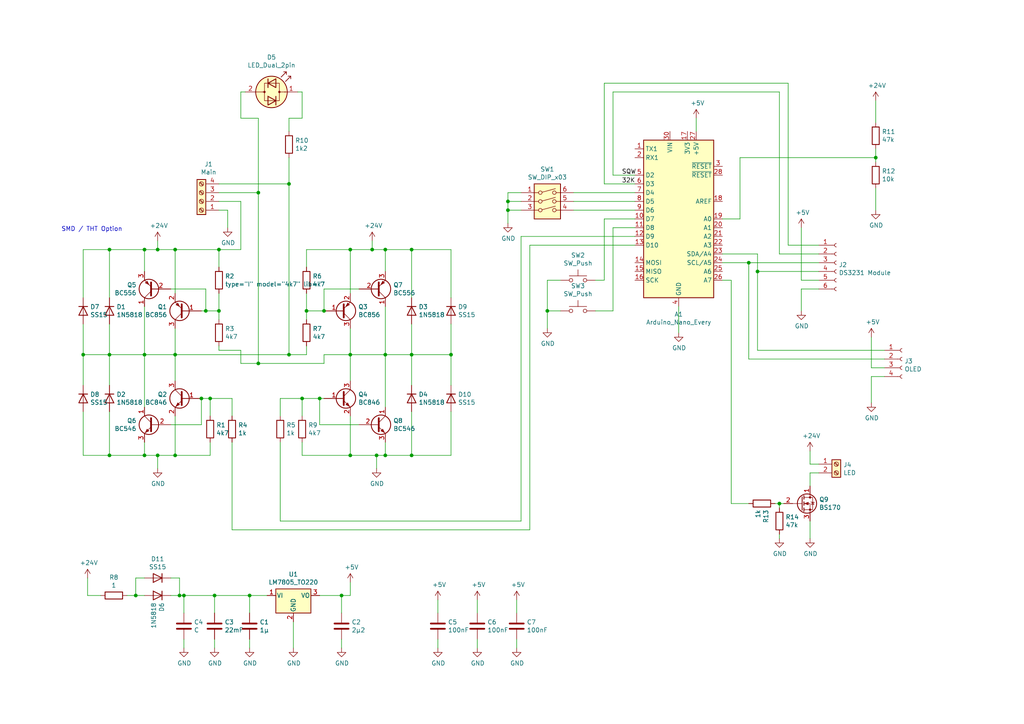
<source format=kicad_sch>
(kicad_sch (version 20211123) (generator eeschema)
  (paper "A4")
  (title_block (title "Mother Clock") (date "2021-06-18") (company "http://www.designer2k2.at"))
  (lib_symbols
    (symbol "Connector:Conn_01x04_Female" (pin_names (offset 1.016) hide)
      (property "Reference" "J" (at 0 5.08 0))
      (property "Value" "Conn_01x04_Female" (at 0 -7.62 0))
      (symbol "Conn_01x04_Female_1_1"
        (arc (start 0 -4.572) (mid -0.508 -5.08) (end 0 -5.588) (stroke (width 0.1524)))
        (arc (start 0 -2.032) (mid -0.508 -2.54) (end 0 -3.048) (stroke (width 0.1524)))
        (polyline (pts (xy -1.27 -5.08) (xy -0.508 -5.08)) (stroke (width 0.1524)))
        (polyline (pts (xy -1.27 -2.54) (xy -0.508 -2.54)) (stroke (width 0.1524)))
        (polyline (pts (xy -1.27 0) (xy -0.508 0)) (stroke (width 0.1524)))
        (polyline (pts (xy -1.27 2.54) (xy -0.508 2.54)) (stroke (width 0.1524)))
        (arc (start 0 0.508) (mid -0.508 0) (end 0 -0.508) (stroke (width 0.1524)))
        (arc (start 0 3.048) (mid -0.508 2.54) (end 0 2.032) (stroke (width 0.1524)))
        (pin passive line (at -5.08 2.54 0) (length 3.81) (name "Pin_1") (number "1"))
        (pin passive line (at -5.08 0 0) (length 3.81) (name "Pin_2") (number "2"))
        (pin passive line (at -5.08 -2.54 0) (length 3.81) (name "Pin_3") (number "3"))
        (pin passive line (at -5.08 -5.08 0) (length 3.81) (name "Pin_4") (number "4"))
      )
    )
    (symbol "Connector:Conn_01x06_Female" (pin_names (offset 1.016) hide)
      (property "Reference" "J" (at 0 7.62 0))
      (property "Value" "Conn_01x06_Female" (at 0 -10.16 0))
      (symbol "Conn_01x06_Female_1_1"
        (arc (start 0 -7.112) (mid -0.508 -7.62) (end 0 -8.128) (stroke (width 0.1524)))
        (arc (start 0 -4.572) (mid -0.508 -5.08) (end 0 -5.588) (stroke (width 0.1524)))
        (arc (start 0 -2.032) (mid -0.508 -2.54) (end 0 -3.048) (stroke (width 0.1524)))
        (polyline (pts (xy -1.27 -7.62) (xy -0.508 -7.62)) (stroke (width 0.1524)))
        (polyline (pts (xy -1.27 -5.08) (xy -0.508 -5.08)) (stroke (width 0.1524)))
        (polyline (pts (xy -1.27 -2.54) (xy -0.508 -2.54)) (stroke (width 0.1524)))
        (polyline (pts (xy -1.27 0) (xy -0.508 0)) (stroke (width 0.1524)))
        (polyline (pts (xy -1.27 2.54) (xy -0.508 2.54)) (stroke (width 0.1524)))
        (polyline (pts (xy -1.27 5.08) (xy -0.508 5.08)) (stroke (width 0.1524)))
        (arc (start 0 0.508) (mid -0.508 0) (end 0 -0.508) (stroke (width 0.1524)))
        (arc (start 0 3.048) (mid -0.508 2.54) (end 0 2.032) (stroke (width 0.1524)))
        (arc (start 0 5.588) (mid -0.508 5.08) (end 0 4.572) (stroke (width 0.1524)))
        (pin passive line (at -5.08 5.08 0) (length 3.81) (name "Pin_1") (number "1"))
        (pin passive line (at -5.08 2.54 0) (length 3.81) (name "Pin_2") (number "2"))
        (pin passive line (at -5.08 0 0) (length 3.81) (name "Pin_3") (number "3"))
        (pin passive line (at -5.08 -2.54 0) (length 3.81) (name "Pin_4") (number "4"))
        (pin passive line (at -5.08 -5.08 0) (length 3.81) (name "Pin_5") (number "5"))
        (pin passive line (at -5.08 -7.62 0) (length 3.81) (name "Pin_6") (number "6"))
      )
    )
    (symbol "Connector:Screw_Terminal_01x02" (pin_names (offset 1.016) hide)
      (property "Reference" "J" (at 0 2.54 0))
      (property "Value" "Screw_Terminal_01x02" (at 0 -5.08 0))
      (symbol "Screw_Terminal_01x02_1_1"
        (rectangle (start -1.27 1.27) (end 1.27 -3.81) (stroke (width 0.254)) (fill (type background)))
        (circle (center 0 -2.54) (radius 0.635) (stroke (width 0.1524)))
        (polyline (pts (xy -0.5334 -2.2098) (xy 0.3302 -3.048)) (stroke (width 0.1524)))
        (polyline (pts (xy -0.5334 0.3302) (xy 0.3302 -0.508)) (stroke (width 0.1524)))
        (polyline (pts (xy -0.3556 -2.032) (xy 0.508 -2.8702)) (stroke (width 0.1524)))
        (polyline (pts (xy -0.3556 0.508) (xy 0.508 -0.3302)) (stroke (width 0.1524)))
        (circle (center 0 0) (radius 0.635) (stroke (width 0.1524)))
        (pin passive line (at -5.08 0 0) (length 3.81) (name "Pin_1") (number "1"))
        (pin passive line (at -5.08 -2.54 0) (length 3.81) (name "Pin_2") (number "2"))
      )
    )
    (symbol "Connector:Screw_Terminal_01x04" (pin_names (offset 1.016) hide)
      (property "Reference" "J" (at 0 5.08 0))
      (property "Value" "Screw_Terminal_01x04" (at 0 -7.62 0))
      (symbol "Screw_Terminal_01x04_1_1"
        (rectangle (start -1.27 3.81) (end 1.27 -6.35) (stroke (width 0.254)) (fill (type background)))
        (circle (center 0 -5.08) (radius 0.635) (stroke (width 0.1524)))
        (circle (center 0 -2.54) (radius 0.635) (stroke (width 0.1524)))
        (polyline (pts (xy -0.5334 -4.7498) (xy 0.3302 -5.588)) (stroke (width 0.1524)))
        (polyline (pts (xy -0.5334 -2.2098) (xy 0.3302 -3.048)) (stroke (width 0.1524)))
        (polyline (pts (xy -0.5334 0.3302) (xy 0.3302 -0.508)) (stroke (width 0.1524)))
        (polyline (pts (xy -0.5334 2.8702) (xy 0.3302 2.032)) (stroke (width 0.1524)))
        (polyline (pts (xy -0.3556 -4.572) (xy 0.508 -5.4102)) (stroke (width 0.1524)))
        (polyline (pts (xy -0.3556 -2.032) (xy 0.508 -2.8702)) (stroke (width 0.1524)))
        (polyline (pts (xy -0.3556 0.508) (xy 0.508 -0.3302)) (stroke (width 0.1524)))
        (polyline (pts (xy -0.3556 3.048) (xy 0.508 2.2098)) (stroke (width 0.1524)))
        (circle (center 0 0) (radius 0.635) (stroke (width 0.1524)))
        (circle (center 0 2.54) (radius 0.635) (stroke (width 0.1524)))
        (pin passive line (at -5.08 2.54 0) (length 3.81) (name "Pin_1") (number "1"))
        (pin passive line (at -5.08 0 0) (length 3.81) (name "Pin_2") (number "2"))
        (pin passive line (at -5.08 -2.54 0) (length 3.81) (name "Pin_3") (number "3"))
        (pin passive line (at -5.08 -5.08 0) (length 3.81) (name "Pin_4") (number "4"))
      )
    )
    (symbol "Device:C" (pin_numbers hide) (pin_names (offset 0.254))
      (property "Reference" "C" (at 0.635 2.54 0))
      (property "Value" "C" (at 0.635 -2.54 0))
      (symbol "C_0_1"
        (polyline (pts (xy -2.032 -0.762) (xy 2.032 -0.762)) (stroke (width 0.508)))
        (polyline (pts (xy -2.032 0.762) (xy 2.032 0.762)) (stroke (width 0.508)))
      )
      (symbol "C_1_1"
        (pin passive line (at 0 3.81 270) (length 2.794) (name "~") (number "1"))
        (pin passive line (at 0 -3.81 90) (length 2.794) (name "~") (number "2"))
      )
    )
    (symbol "Device:D" (pin_numbers hide) (pin_names (offset 1.016) hide)
      (property "Reference" "D" (at 0 2.54 0))
      (property "Value" "D" (at 0 -2.54 0))
      (symbol "D_0_1"
        (polyline (pts (xy -1.27 1.27) (xy -1.27 -1.27)) (stroke (width 0.254)))
        (polyline (pts (xy 1.27 0) (xy -1.27 0)))
        (polyline (pts (xy 1.27 1.27) (xy 1.27 -1.27) (xy -1.27 0) (xy 1.27 1.27)) (stroke (width 0.254)))
      )
      (symbol "D_1_1"
        (pin passive line (at -3.81 0 0) (length 2.54) (name "K") (number "1"))
        (pin passive line (at 3.81 0 180) (length 2.54) (name "A") (number "2"))
      )
    )
    (symbol "Device:R" (pin_numbers hide) (pin_names (offset 0))
      (property "Reference" "R" (at 2.032 0 90))
      (property "Value" "R" (at 0 0 90))
      (symbol "R_0_1"
        (rectangle (start -1.016 -2.54) (end 1.016 2.54) (stroke (width 0.254)))
      )
      (symbol "R_1_1"
        (pin passive line (at 0 3.81 270) (length 1.27) (name "~") (number "1"))
        (pin passive line (at 0 -3.81 90) (length 1.27) (name "~") (number "2"))
      )
    )
    (symbol "MCU_Module:Arduino_Nano_Every"
      (property "Reference" "A" (at -10.16 23.495 0))
      (property "Value" "Arduino_Nano_Every" (at 5.08 -24.13 0))
      (symbol "Arduino_Nano_Every_0_1"
        (rectangle (start -10.16 22.86) (end 10.16 -22.86) (stroke (width 0.254)) (fill (type background)))
      )
      (symbol "Arduino_Nano_Every_1_1"
        (pin bidirectional line (at -12.7 20.32 0) (length 2.54) (name "TX1") (number "1"))
        (pin bidirectional line (at -12.7 0 0) (length 2.54) (name "D7") (number "10"))
        (pin bidirectional line (at -12.7 -2.54 0) (length 2.54) (name "D8") (number "11"))
        (pin bidirectional line (at -12.7 -5.08 0) (length 2.54) (name "D9") (number "12"))
        (pin bidirectional line (at -12.7 -7.62 0) (length 2.54) (name "D10") (number "13"))
        (pin bidirectional line (at -12.7 -12.7 0) (length 2.54) (name "MOSI") (number "14"))
        (pin bidirectional line (at -12.7 -15.24 0) (length 2.54) (name "MISO") (number "15"))
        (pin bidirectional line (at -12.7 -17.78 0) (length 2.54) (name "SCK") (number "16"))
        (pin power_out line (at 2.54 25.4 270) (length 2.54) (name "3V3") (number "17"))
        (pin input line (at 12.7 5.08 180) (length 2.54) (name "AREF") (number "18"))
        (pin bidirectional line (at 12.7 0 180) (length 2.54) (name "A0") (number "19"))
        (pin bidirectional line (at -12.7 17.78 0) (length 2.54) (name "RX1") (number "2"))
        (pin bidirectional line (at 12.7 -2.54 180) (length 2.54) (name "A1") (number "20"))
        (pin bidirectional line (at 12.7 -5.08 180) (length 2.54) (name "A2") (number "21"))
        (pin bidirectional line (at 12.7 -7.62 180) (length 2.54) (name "A3") (number "22"))
        (pin bidirectional line (at 12.7 -10.16 180) (length 2.54) (name "SDA/A4") (number "23"))
        (pin bidirectional line (at 12.7 -12.7 180) (length 2.54) (name "SCL/A5") (number "24"))
        (pin bidirectional line (at 12.7 -15.24 180) (length 2.54) (name "A6") (number "25"))
        (pin bidirectional line (at 12.7 -17.78 180) (length 2.54) (name "A7") (number "26"))
        (pin power_out line (at 5.08 25.4 270) (length 2.54) (name "+5V") (number "27"))
        (pin input line (at 12.7 12.7 180) (length 2.54) (name "~{RESET}") (number "28"))
        (pin passive line (at 0 -25.4 90) (length 2.54) hide (name "GND") (number "29"))
        (pin input line (at 12.7 15.24 180) (length 2.54) (name "~{RESET}") (number "3"))
        (pin power_in line (at -2.54 25.4 270) (length 2.54) (name "VIN") (number "30"))
        (pin power_in line (at 0 -25.4 90) (length 2.54) (name "GND") (number "4"))
        (pin bidirectional line (at -12.7 12.7 0) (length 2.54) (name "D2") (number "5"))
        (pin bidirectional line (at -12.7 10.16 0) (length 2.54) (name "D3") (number "6"))
        (pin bidirectional line (at -12.7 7.62 0) (length 2.54) (name "D4") (number "7"))
        (pin bidirectional line (at -12.7 5.08 0) (length 2.54) (name "D5") (number "8"))
        (pin bidirectional line (at -12.7 2.54 0) (length 2.54) (name "D6") (number "9"))
      )
    )
    (symbol "MotherClock-rescue:LED_Dual_2pin-Device" (pin_names (offset 0) hide)
      (property "Reference" "D" (at 0 5.715 0))
      (property "Value" "LED_Dual_2pin-Device" (at 0 -6.35 0))
      (symbol "LED_Dual_2pin-Device_0_1"
        (circle (center -2.032 0) (radius 0.254) (fill (type outline)))
        (polyline (pts (xy -4.572 0) (xy -2.54 0)))
        (polyline (pts (xy -2.032 0) (xy -2.54 0)))
        (polyline (pts (xy -1.016 3.81) (xy -1.016 1.27)) (stroke (width 0.254)))
        (polyline (pts (xy 1.27 -1.27) (xy 1.27 -3.81)) (stroke (width 0.254)))
        (polyline (pts (xy 4.064 0) (xy 2.286 0)) (fill (type outline)))
        (polyline (pts (xy 4.318 5.842) (xy 4.318 5.08)) (stroke (width 0.2032)))
        (polyline (pts (xy 5.588 4.572) (xy 5.588 3.81)) (stroke (width 0.2032)))
        (polyline (pts (xy 2.794 4.318) (xy 4.318 5.842) (xy 3.556 5.842)) (stroke (width 0.2032)))
        (polyline (pts (xy 4.064 3.048) (xy 5.588 4.572) (xy 4.826 4.572)) (stroke (width 0.2032)))
        (polyline (pts (xy -1.016 -1.27) (xy -1.016 -3.81) (xy 1.27 -2.54) (xy -1.016 -1.27)) (stroke (width 0.254)))
        (polyline (pts (xy 1.27 3.81) (xy 1.27 1.27) (xy -1.016 2.54) (xy 1.27 3.81)) (stroke (width 0.254)))
        (polyline (pts (xy 2.286 2.54) (xy -2.032 2.54) (xy -2.032 -2.54) (xy 2.286 -2.54) (xy 2.286 2.54)))
        (circle (center 0 0) (radius 4.572) (stroke (width 0.254)) (fill (type background)))
        (circle (center 2.286 0) (radius 0.254) (fill (type outline)))
      )
      (symbol "LED_Dual_2pin-Device_1_1"
        (pin input line (at 7.62 0 180) (length 3.81) (name "KA") (number "1"))
        (pin input line (at -7.62 0 0) (length 3.048) (name "AK") (number "2"))
      )
    )
    (symbol "Regulator_Linear:LM7805_TO220" (pin_names (offset 0.254))
      (property "Reference" "U" (at -3.81 3.175 0))
      (property "Value" "LM7805_TO220" (at 0 3.175 0))
      (symbol "LM7805_TO220_0_1"
        (rectangle (start -5.08 1.905) (end 5.08 -5.08) (stroke (width 0.254)) (fill (type background)))
      )
      (symbol "LM7805_TO220_1_1"
        (pin power_in line (at -7.62 0 0) (length 2.54) (name "VI") (number "1"))
        (pin power_in line (at 0 -7.62 90) (length 2.54) (name "GND") (number "2"))
        (pin power_out line (at 7.62 0 180) (length 2.54) (name "VO") (number "3"))
      )
    )
    (symbol "Switch:SW_DIP_x03" (pin_names (offset 0) hide)
      (property "Reference" "SW" (at 0 8.89 0))
      (property "Value" "SW_DIP_x03" (at 0 -3.81 0))
      (symbol "SW_DIP_x03_0_0"
        (circle (center -2.032 0) (radius 0.508))
        (circle (center -2.032 2.54) (radius 0.508))
        (circle (center -2.032 5.08) (radius 0.508))
        (polyline (pts (xy -1.524 0.127) (xy 2.3622 1.1684)))
        (polyline (pts (xy -1.524 2.667) (xy 2.3622 3.7084)))
        (polyline (pts (xy -1.524 5.207) (xy 2.3622 6.2484)))
        (circle (center 2.032 0) (radius 0.508))
        (circle (center 2.032 2.54) (radius 0.508))
        (circle (center 2.032 5.08) (radius 0.508))
      )
      (symbol "SW_DIP_x03_0_1"
        (rectangle (start -3.81 7.62) (end 3.81 -2.54) (stroke (width 0.254)) (fill (type background)))
      )
      (symbol "SW_DIP_x03_1_1"
        (pin passive line (at -7.62 5.08 0) (length 5.08) (name "~") (number "1"))
        (pin passive line (at -7.62 2.54 0) (length 5.08) (name "~") (number "2"))
        (pin passive line (at -7.62 0 0) (length 5.08) (name "~") (number "3"))
        (pin passive line (at 7.62 0 180) (length 5.08) (name "~") (number "4"))
        (pin passive line (at 7.62 2.54 180) (length 5.08) (name "~") (number "5"))
        (pin passive line (at 7.62 5.08 180) (length 5.08) (name "~") (number "6"))
      )
    )
    (symbol "Switch:SW_Push" (pin_numbers hide) (pin_names (offset 1.016) hide)
      (property "Reference" "SW" (at 1.27 2.54 0))
      (property "Value" "SW_Push" (at 0 -1.524 0))
      (symbol "SW_Push_0_1"
        (circle (center -2.032 0) (radius 0.508))
        (polyline (pts (xy 0 1.27) (xy 0 3.048)))
        (polyline (pts (xy 2.54 1.27) (xy -2.54 1.27)))
        (circle (center 2.032 0) (radius 0.508))
        (pin passive line (at -5.08 0 0) (length 2.54) (name "1") (number "1"))
        (pin passive line (at 5.08 0 180) (length 2.54) (name "2") (number "2"))
      )
    )
    (symbol "Transistor_BJT:BC546" (pin_names (offset 0) hide)
      (property "Reference" "Q" (at 5.08 1.905 0))
      (property "Value" "BC546" (at 5.08 0 0))
      (symbol "BC546_0_1"
        (polyline (pts (xy 0 0) (xy 0.635 0)))
        (polyline (pts (xy 0.635 0.635) (xy 2.54 2.54)))
        (polyline (pts (xy 0.635 -0.635) (xy 2.54 -2.54) (xy 2.54 -2.54)))
        (polyline (pts (xy 0.635 1.905) (xy 0.635 -1.905) (xy 0.635 -1.905)) (stroke (width 0.508)))
        (polyline (pts (xy 1.27 -1.778) (xy 1.778 -1.27) (xy 2.286 -2.286) (xy 1.27 -1.778) (xy 1.27 -1.778)) (fill (type outline)))
        (circle (center 1.27 0) (radius 2.8194) (stroke (width 0.254)))
      )
      (symbol "BC546_1_1"
        (pin passive line (at 2.54 5.08 270) (length 2.54) (name "C") (number "1"))
        (pin input line (at -5.08 0 0) (length 5.08) (name "B") (number "2"))
        (pin passive line (at 2.54 -5.08 90) (length 2.54) (name "E") (number "3"))
      )
    )
    (symbol "Transistor_BJT:BC556" (pin_names (offset 0) hide)
      (property "Reference" "Q" (at 5.08 1.905 0))
      (property "Value" "BC556" (at 5.08 0 0))
      (symbol "BC556_0_1"
        (polyline (pts (xy 0.635 0.635) (xy 2.54 2.54)))
        (polyline (pts (xy 0.635 -0.635) (xy 2.54 -2.54) (xy 2.54 -2.54)))
        (polyline (pts (xy 0.635 1.905) (xy 0.635 -1.905) (xy 0.635 -1.905)) (stroke (width 0.508)))
        (polyline (pts (xy 2.286 -1.778) (xy 1.778 -2.286) (xy 1.27 -1.27) (xy 2.286 -1.778) (xy 2.286 -1.778)) (fill (type outline)))
        (circle (center 1.27 0) (radius 2.8194) (stroke (width 0.254)))
      )
      (symbol "BC556_1_1"
        (pin passive line (at 2.54 5.08 270) (length 2.54) (name "C") (number "1"))
        (pin input line (at -5.08 0 0) (length 5.715) (name "B") (number "2"))
        (pin passive line (at 2.54 -5.08 90) (length 2.54) (name "E") (number "3"))
      )
    )
    (symbol "Transistor_BJT:BC846" (pin_names (offset 0) hide)
      (property "Reference" "Q" (at 5.08 1.905 0))
      (property "Value" "BC846" (at 5.08 0 0))
      (symbol "BC846_0_1"
        (polyline (pts (xy 0.635 0.635) (xy 2.54 2.54)))
        (polyline (pts (xy 0.635 -0.635) (xy 2.54 -2.54) (xy 2.54 -2.54)))
        (polyline (pts (xy 0.635 1.905) (xy 0.635 -1.905) (xy 0.635 -1.905)) (stroke (width 0.508)))
        (polyline (pts (xy 1.27 -1.778) (xy 1.778 -1.27) (xy 2.286 -2.286) (xy 1.27 -1.778) (xy 1.27 -1.778)) (fill (type outline)))
        (circle (center 1.27 0) (radius 2.8194) (stroke (width 0.254)))
      )
      (symbol "BC846_1_1"
        (pin input line (at -5.08 0 0) (length 5.715) (name "B") (number "1"))
        (pin passive line (at 2.54 -5.08 90) (length 2.54) (name "E") (number "2"))
        (pin passive line (at 2.54 5.08 270) (length 2.54) (name "C") (number "3"))
      )
    )
    (symbol "Transistor_BJT:BC856" (pin_names (offset 0) hide)
      (property "Reference" "Q" (at 5.08 1.905 0))
      (property "Value" "BC856" (at 5.08 0 0))
      (symbol "BC856_0_1"
        (polyline (pts (xy 0.635 0.635) (xy 2.54 2.54)))
        (polyline (pts (xy 0.635 -0.635) (xy 2.54 -2.54) (xy 2.54 -2.54)))
        (polyline (pts (xy 0.635 1.905) (xy 0.635 -1.905) (xy 0.635 -1.905)) (stroke (width 0.508)))
        (polyline (pts (xy 2.286 -1.778) (xy 1.778 -2.286) (xy 1.27 -1.27) (xy 2.286 -1.778) (xy 2.286 -1.778)) (fill (type outline)))
        (circle (center 1.27 0) (radius 2.8194) (stroke (width 0.254)))
      )
      (symbol "BC856_1_1"
        (pin input line (at -5.08 0 0) (length 5.715) (name "B") (number "1"))
        (pin passive line (at 2.54 -5.08 90) (length 2.54) (name "E") (number "2"))
        (pin passive line (at 2.54 5.08 270) (length 2.54) (name "C") (number "3"))
      )
    )
    (symbol "Transistor_FET:BS170" (pin_names hide)
      (property "Reference" "Q" (at 5.08 1.905 0))
      (property "Value" "BS170" (at 5.08 0 0))
      (symbol "BS170_0_1"
        (polyline (pts (xy 0.254 0) (xy -2.54 0)))
        (polyline (pts (xy 0.254 1.905) (xy 0.254 -1.905)) (stroke (width 0.254)))
        (polyline (pts (xy 0.762 -1.27) (xy 0.762 -2.286)) (stroke (width 0.254)))
        (polyline (pts (xy 0.762 0.508) (xy 0.762 -0.508)) (stroke (width 0.254)))
        (polyline (pts (xy 0.762 2.286) (xy 0.762 1.27)) (stroke (width 0.254)))
        (polyline (pts (xy 2.54 2.54) (xy 2.54 1.778)))
        (polyline (pts (xy 2.54 -2.54) (xy 2.54 0) (xy 0.762 0)))
        (polyline (pts (xy 0.762 -1.778) (xy 3.302 -1.778) (xy 3.302 1.778) (xy 0.762 1.778)))
        (polyline (pts (xy 1.016 0) (xy 2.032 0.381) (xy 2.032 -0.381) (xy 1.016 0)) (fill (type outline)))
        (polyline (pts (xy 2.794 0.508) (xy 2.921 0.381) (xy 3.683 0.381) (xy 3.81 0.254)))
        (polyline (pts (xy 3.302 0.381) (xy 2.921 -0.254) (xy 3.683 -0.254) (xy 3.302 0.381)))
        (circle (center 1.651 0) (radius 2.794) (stroke (width 0.254)))
        (circle (center 2.54 -1.778) (radius 0.254) (fill (type outline)))
        (circle (center 2.54 1.778) (radius 0.254) (fill (type outline)))
      )
      (symbol "BS170_1_1"
        (pin passive line (at 2.54 5.08 270) (length 2.54) (name "D") (number "1"))
        (pin input line (at -5.08 0 0) (length 2.54) (name "G") (number "2"))
        (pin passive line (at 2.54 -5.08 90) (length 2.54) (name "S") (number "3"))
      )
    )
    (symbol "power:+24V" (power) (pin_names (offset 0))
      (property "Value" "+24V" (at 0 3.556 0))
      (symbol "+24V_0_1"
        (polyline (pts (xy -0.762 1.27) (xy 0 2.54)))
        (polyline (pts (xy 0 0) (xy 0 2.54)))
        (polyline (pts (xy 0 2.54) (xy 0.762 1.27)))
      )
      (symbol "+24V_1_1"
        (pin power_in line (at 0 0 90) (length 0) hide (name "+24V") (number "1"))
      )
    )
    (symbol "power:+5V" (power) (pin_names (offset 0))
      (property "Value" "+5V" (at 0 3.556 0))
      (symbol "+5V_0_1"
        (polyline (pts (xy -0.762 1.27) (xy 0 2.54)))
        (polyline (pts (xy 0 0) (xy 0 2.54)))
        (polyline (pts (xy 0 2.54) (xy 0.762 1.27)))
      )
      (symbol "+5V_1_1"
        (pin power_in line (at 0 0 90) (length 0) hide (name "+5V") (number "1"))
      )
    )
    (symbol "power:GND" (power) (pin_names (offset 0))
      (property "Value" "GND" (at 0 -3.81 0))
      (symbol "GND_0_1"
        (polyline (pts (xy 0 0) (xy 0 -1.27) (xy 1.27 -1.27) (xy 0 -2.54) (xy -1.27 -1.27) (xy 0 -1.27)))
      )
      (symbol "GND_1_1"
        (pin power_in line (at 0 0 270) (length 0) hide (name "GND") (number "1"))
      )
    )
  )
  (junction (at 226.06 146.05))
  (junction (at 109.22 132.08))
  (junction (at 50.8 102.87))
  (junction (at 119.38 132.08))
  (junction (at 92.71 115.57))
  (junction (at 111.76 102.87))
  (junction (at 63.5 72.39))
  (junction (at 63.5 90.17))
  (junction (at 101.6 72.39))
  (junction (at 101.6 102.87))
  (junction (at 41.91 72.39))
  (junction (at 41.91 102.87))
  (junction (at 24.13 102.87))
  (junction (at 147.32 60.96))
  (junction (at 119.38 102.87))
  (junction (at 130.81 102.87))
  (junction (at 45.72 72.39))
  (junction (at 101.6 132.08))
  (junction (at 99.06 172.72))
  (junction (at 59.69 90.17))
  (junction (at 41.91 132.08))
  (junction (at 45.72 132.08))
  (junction (at 119.38 72.39))
  (junction (at 254 45.72))
  (junction (at 74.93 55.88))
  (junction (at 111.76 72.39))
  (junction (at 72.39 172.72))
  (junction (at 50.8 132.08))
  (junction (at 62.23 172.72))
  (junction (at 83.82 53.34))
  (junction (at 158.75 90.17))
  (junction (at 111.76 132.08))
  (junction (at 58.42 115.57))
  (junction (at 88.9 90.17))
  (junction (at 60.96 115.57))
  (junction (at 147.32 58.42))
  (junction (at 83.82 102.87))
  (junction (at 50.8 72.39))
  (junction (at 93.98 90.17))
  (junction (at 87.63 115.57))
  (junction (at 107.95 72.39))
  (junction (at 53.34 172.72))
  (junction (at 52.07 172.72))
  (junction (at 31.75 72.39))
  (junction (at 74.93 105.41))
  (junction (at 219.71 78.74))
  (junction (at 31.75 102.87))
  (junction (at 217.17 76.2))
  (junction (at 31.75 132.08))
  (junction (at 39.37 172.72))
  (wire (pts (xy 254 45.72) (xy 254 43.18)))
  (wire (pts (xy 99.06 172.72) (xy 92.71 172.72)))
  (wire (pts (xy 41.91 78.74) (xy 41.91 72.39)))
  (wire (pts (xy 50.8 95.25) (xy 50.8 102.87)))
  (wire (pts (xy 184.15 53.34) (xy 175.26 53.34)))
  (wire (pts (xy 83.82 34.29) (xy 87.63 34.29)))
  (wire (pts (xy 219.71 101.6) (xy 256.54 101.6)))
  (wire (pts (xy 130.81 86.36) (xy 130.81 72.39)))
  (wire (pts (xy 111.76 88.9) (xy 111.76 102.87)))
  (wire (pts (xy 177.8 66.04) (xy 177.8 90.17)))
  (wire (pts (xy 201.93 34.29) (xy 201.93 38.1)))
  (wire (pts (xy 254 46.99) (xy 254 45.72)))
  (wire (pts (xy 93.98 102.87) (xy 101.6 102.87)))
  (wire (pts (xy 63.5 92.71) (xy 63.5 90.17)))
  (wire (pts (xy 228.6 71.12) (xy 237.49 71.12)))
  (wire (pts (xy 209.55 81.28) (xy 212.09 81.28)))
  (wire (pts (xy 24.13 102.87) (xy 24.13 93.98)))
  (wire (pts (xy 24.13 72.39) (xy 31.75 72.39)))
  (wire (pts (xy 60.96 115.57) (xy 60.96 120.65)))
  (wire (pts (xy 101.6 72.39) (xy 88.9 72.39)))
  (wire (pts (xy 69.85 26.67) (xy 71.12 26.67)))
  (wire (pts (xy 66.04 60.96) (xy 63.5 60.96)))
  (wire (pts (xy 101.6 132.08) (xy 101.6 120.65)))
  (wire (pts (xy 184.15 71.12) (xy 153.67 71.12)))
  (wire (pts (xy 252.73 97.79) (xy 252.73 106.68)))
  (wire (pts (xy 58.42 90.17) (xy 59.69 90.17)))
  (wire (pts (xy 101.6 102.87) (xy 101.6 110.49)))
  (wire (pts (xy 212.09 81.28) (xy 212.09 146.05)))
  (wire (pts (xy 72.39 185.42) (xy 72.39 187.96)))
  (wire (pts (xy 92.71 115.57) (xy 93.98 115.57)))
  (wire (pts (xy 138.43 187.96) (xy 138.43 185.42)))
  (wire (pts (xy 62.23 187.96) (xy 62.23 185.42)))
  (wire (pts (xy 69.85 72.39) (xy 63.5 72.39)))
  (wire (pts (xy 31.75 111.76) (xy 31.75 102.87)))
  (wire (pts (xy 58.42 123.19) (xy 58.42 115.57)))
  (wire (pts (xy 63.5 58.42) (xy 69.85 58.42)))
  (wire (pts (xy 93.98 105.41) (xy 74.93 105.41)))
  (wire (pts (xy 74.93 55.88) (xy 63.5 55.88)))
  (wire (pts (xy 214.63 45.72) (xy 214.63 63.5)))
  (wire (pts (xy 151.13 60.96) (xy 147.32 60.96)))
  (wire (pts (xy 63.5 53.34) (xy 83.82 53.34)))
  (wire (pts (xy 147.32 55.88) (xy 151.13 55.88)))
  (wire (pts (xy 74.93 105.41) (xy 69.85 105.41)))
  (wire (pts (xy 49.53 172.72) (xy 52.07 172.72)))
  (wire (pts (xy 25.4 172.72) (xy 29.21 172.72)))
  (wire (pts (xy 177.8 50.8) (xy 184.15 50.8)))
  (wire (pts (xy 196.85 96.52) (xy 196.85 88.9)))
  (wire (pts (xy 88.9 72.39) (xy 88.9 77.47)))
  (wire (pts (xy 111.76 102.87) (xy 119.38 102.87)))
  (wire (pts (xy 69.85 105.41) (xy 69.85 101.6)))
  (wire (pts (xy 226.06 73.66) (xy 226.06 26.67)))
  (wire (pts (xy 92.71 123.19) (xy 92.71 115.57)))
  (wire (pts (xy 39.37 172.72) (xy 36.83 172.72)))
  (wire (pts (xy 127 187.96) (xy 127 185.42)))
  (wire (pts (xy 58.42 115.57) (xy 60.96 115.57)))
  (wire (pts (xy 60.96 128.27) (xy 60.96 132.08)))
  (wire (pts (xy 149.86 173.99) (xy 149.86 177.8)))
  (wire (pts (xy 237.49 137.16) (xy 234.95 137.16)))
  (wire (pts (xy 184.15 68.58) (xy 151.13 68.58)))
  (wire (pts (xy 24.13 119.38) (xy 24.13 132.08)))
  (wire (pts (xy 72.39 172.72) (xy 77.47 172.72)))
  (wire (pts (xy 232.41 90.17) (xy 232.41 83.82)))
  (wire (pts (xy 252.73 109.22) (xy 252.73 116.84)))
  (wire (pts (xy 119.38 132.08) (xy 119.38 119.38)))
  (wire (pts (xy 63.5 72.39) (xy 50.8 72.39)))
  (wire (pts (xy 111.76 78.74) (xy 111.76 72.39)))
  (wire (pts (xy 87.63 115.57) (xy 92.71 115.57)))
  (wire (pts (xy 104.14 83.82) (xy 93.98 83.82)))
  (wire (pts (xy 88.9 92.71) (xy 88.9 90.17)))
  (wire (pts (xy 53.34 172.72) (xy 52.07 172.72)))
  (wire (pts (xy 41.91 132.08) (xy 31.75 132.08)))
  (wire (pts (xy 59.69 90.17) (xy 63.5 90.17)))
  (wire (pts (xy 209.55 63.5) (xy 214.63 63.5)))
  (wire (pts (xy 175.26 53.34) (xy 175.26 24.13)))
  (wire (pts (xy 147.32 64.77) (xy 147.32 60.96)))
  (wire (pts (xy 24.13 102.87) (xy 31.75 102.87)))
  (wire (pts (xy 224.79 146.05) (xy 226.06 146.05)))
  (wire (pts (xy 177.8 26.67) (xy 177.8 50.8)))
  (wire (pts (xy 166.37 55.88) (xy 184.15 55.88)))
  (wire (pts (xy 87.63 132.08) (xy 101.6 132.08)))
  (wire (pts (xy 85.09 187.96) (xy 85.09 180.34)))
  (wire (pts (xy 151.13 68.58) (xy 151.13 151.13)))
  (wire (pts (xy 49.53 123.19) (xy 58.42 123.19)))
  (wire (pts (xy 130.81 111.76) (xy 130.81 102.87)))
  (wire (pts (xy 226.06 146.05) (xy 227.33 146.05)))
  (wire (pts (xy 83.82 38.1) (xy 83.82 34.29)))
  (wire (pts (xy 212.09 146.05) (xy 217.17 146.05)))
  (wire (pts (xy 109.22 132.08) (xy 111.76 132.08)))
  (wire (pts (xy 101.6 172.72) (xy 99.06 172.72)))
  (wire (pts (xy 119.38 86.36) (xy 119.38 72.39)))
  (wire (pts (xy 41.91 118.11) (xy 41.91 102.87)))
  (wire (pts (xy 74.93 55.88) (xy 74.93 34.29)))
  (wire (pts (xy 130.81 93.98) (xy 130.81 102.87)))
  (wire (pts (xy 107.95 69.85) (xy 107.95 72.39)))
  (wire (pts (xy 119.38 72.39) (xy 111.76 72.39)))
  (wire (pts (xy 219.71 78.74) (xy 237.49 78.74)))
  (wire (pts (xy 175.26 63.5) (xy 184.15 63.5)))
  (wire (pts (xy 172.72 81.28) (xy 175.26 81.28)))
  (wire (pts (xy 232.41 83.82) (xy 237.49 83.82)))
  (wire (pts (xy 31.75 102.87) (xy 31.75 93.98)))
  (wire (pts (xy 226.06 73.66) (xy 237.49 73.66)))
  (wire (pts (xy 237.49 81.28) (xy 232.41 81.28)))
  (wire (pts (xy 232.41 66.04) (xy 232.41 81.28)))
  (wire (pts (xy 88.9 90.17) (xy 88.9 85.09)))
  (wire (pts (xy 175.26 81.28) (xy 175.26 63.5)))
  (wire (pts (xy 69.85 58.42) (xy 69.85 72.39)))
  (wire (pts (xy 24.13 132.08) (xy 31.75 132.08)))
  (wire (pts (xy 214.63 45.72) (xy 254 45.72)))
  (wire (pts (xy 226.06 147.32) (xy 226.06 146.05)))
  (wire (pts (xy 130.81 119.38) (xy 130.81 132.08)))
  (wire (pts (xy 41.91 72.39) (xy 31.75 72.39)))
  (wire (pts (xy 66.04 66.04) (xy 66.04 60.96)))
  (wire (pts (xy 158.75 90.17) (xy 158.75 81.28)))
  (wire (pts (xy 217.17 104.14) (xy 217.17 76.2)))
  (wire (pts (xy 41.91 88.9) (xy 41.91 102.87)))
  (wire (pts (xy 49.53 167.64) (xy 52.07 167.64)))
  (wire (pts (xy 41.91 167.64) (xy 39.37 167.64)))
  (wire (pts (xy 53.34 177.8) (xy 53.34 172.72)))
  (wire (pts (xy 234.95 137.16) (xy 234.95 140.97)))
  (wire (pts (xy 62.23 172.72) (xy 72.39 172.72)))
  (wire (pts (xy 99.06 177.8) (xy 99.06 172.72)))
  (wire (pts (xy 130.81 132.08) (xy 119.38 132.08)))
  (wire (pts (xy 83.82 53.34) (xy 83.82 45.72)))
  (wire (pts (xy 59.69 83.82) (xy 59.69 90.17)))
  (wire (pts (xy 101.6 168.91) (xy 101.6 172.72)))
  (wire (pts (xy 87.63 115.57) (xy 81.28 115.57)))
  (wire (pts (xy 101.6 102.87) (xy 101.6 95.25)))
  (wire (pts (xy 67.31 115.57) (xy 67.31 120.65)))
  (wire (pts (xy 177.8 26.67) (xy 226.06 26.67)))
  (wire (pts (xy 31.75 72.39) (xy 31.75 86.36)))
  (wire (pts (xy 147.32 60.96) (xy 147.32 58.42)))
  (wire (pts (xy 111.76 102.87) (xy 111.76 118.11)))
  (wire (pts (xy 24.13 111.76) (xy 24.13 102.87)))
  (wire (pts (xy 93.98 102.87) (xy 93.98 105.41)))
  (wire (pts (xy 63.5 77.47) (xy 63.5 72.39)))
  (wire (pts (xy 87.63 34.29) (xy 87.63 26.67)))
  (wire (pts (xy 234.95 134.62) (xy 237.49 134.62)))
  (wire (pts (xy 219.71 78.74) (xy 219.71 101.6)))
  (wire (pts (xy 31.75 102.87) (xy 41.91 102.87)))
  (wire (pts (xy 45.72 135.89) (xy 45.72 132.08)))
  (wire (pts (xy 50.8 72.39) (xy 45.72 72.39)))
  (wire (pts (xy 49.53 83.82) (xy 59.69 83.82)))
  (wire (pts (xy 50.8 102.87) (xy 50.8 110.49)))
  (wire (pts (xy 226.06 156.21) (xy 226.06 154.94)))
  (wire (pts (xy 111.76 132.08) (xy 119.38 132.08)))
  (wire (pts (xy 158.75 81.28) (xy 162.56 81.28)))
  (wire (pts (xy 45.72 69.85) (xy 45.72 72.39)))
  (wire (pts (xy 234.95 151.13) (xy 234.95 156.21)))
  (wire (pts (xy 130.81 72.39) (xy 119.38 72.39)))
  (wire (pts (xy 87.63 128.27) (xy 87.63 132.08)))
  (wire (pts (xy 81.28 115.57) (xy 81.28 120.65)))
  (wire (pts (xy 81.28 151.13) (xy 151.13 151.13)))
  (wire (pts (xy 254 29.21) (xy 254 35.56)))
  (wire (pts (xy 60.96 115.57) (xy 67.31 115.57)))
  (wire (pts (xy 138.43 173.99) (xy 138.43 177.8)))
  (wire (pts (xy 87.63 26.67) (xy 86.36 26.67)))
  (wire (pts (xy 252.73 106.68) (xy 256.54 106.68)))
  (wire (pts (xy 130.81 102.87) (xy 119.38 102.87)))
  (wire (pts (xy 217.17 104.14) (xy 256.54 104.14)))
  (wire (pts (xy 254 60.96) (xy 254 54.61)))
  (wire (pts (xy 119.38 102.87) (xy 119.38 111.76)))
  (wire (pts (xy 256.54 109.22) (xy 252.73 109.22)))
  (wire (pts (xy 39.37 167.64) (xy 39.37 172.72)))
  (wire (pts (xy 101.6 102.87) (xy 111.76 102.87)))
  (wire (pts (xy 50.8 72.39) (xy 50.8 85.09)))
  (wire (pts (xy 111.76 128.27) (xy 111.76 132.08)))
  (wire (pts (xy 93.98 90.17) (xy 88.9 90.17)))
  (wire (pts (xy 63.5 90.17) (xy 63.5 85.09)))
  (wire (pts (xy 74.93 34.29) (xy 69.85 34.29)))
  (wire (pts (xy 69.85 26.67) (xy 69.85 34.29)))
  (wire (pts (xy 99.06 187.96) (xy 99.06 185.42)))
  (wire (pts (xy 87.63 115.57) (xy 87.63 120.65)))
  (wire (pts (xy 50.8 132.08) (xy 45.72 132.08)))
  (wire (pts (xy 93.98 83.82) (xy 93.98 90.17)))
  (wire (pts (xy 41.91 72.39) (xy 45.72 72.39)))
  (wire (pts (xy 63.5 101.6) (xy 63.5 100.33)))
  (wire (pts (xy 53.34 172.72) (xy 62.23 172.72)))
  (wire (pts (xy 25.4 167.64) (xy 25.4 172.72)))
  (wire (pts (xy 153.67 71.12) (xy 153.67 153.67)))
  (wire (pts (xy 62.23 177.8) (xy 62.23 172.72)))
  (wire (pts (xy 177.8 90.17) (xy 172.72 90.17)))
  (wire (pts (xy 41.91 172.72) (xy 39.37 172.72)))
  (wire (pts (xy 50.8 120.65) (xy 50.8 132.08)))
  (wire (pts (xy 101.6 132.08) (xy 109.22 132.08)))
  (wire (pts (xy 53.34 187.96) (xy 53.34 185.42)))
  (wire (pts (xy 209.55 76.2) (xy 217.17 76.2)))
  (wire (pts (xy 127 173.99) (xy 127 177.8)))
  (wire (pts (xy 119.38 102.87) (xy 119.38 93.98)))
  (wire (pts (xy 166.37 60.96) (xy 184.15 60.96)))
  (wire (pts (xy 104.14 123.19) (xy 92.71 123.19)))
  (wire (pts (xy 74.93 55.88) (xy 74.93 105.41)))
  (wire (pts (xy 158.75 95.25) (xy 158.75 90.17)))
  (wire (pts (xy 184.15 58.42) (xy 166.37 58.42)))
  (wire (pts (xy 151.13 58.42) (xy 147.32 58.42)))
  (wire (pts (xy 111.76 72.39) (xy 107.95 72.39)))
  (wire (pts (xy 228.6 71.12) (xy 228.6 24.13)))
  (wire (pts (xy 153.67 153.67) (xy 67.31 153.67)))
  (wire (pts (xy 234.95 130.81) (xy 234.95 134.62)))
  (wire (pts (xy 69.85 101.6) (xy 63.5 101.6)))
  (wire (pts (xy 41.91 128.27) (xy 41.91 132.08)))
  (wire (pts (xy 184.15 66.04) (xy 177.8 66.04)))
  (wire (pts (xy 52.07 167.64) (xy 52.07 172.72)))
  (wire (pts (xy 24.13 86.36) (xy 24.13 72.39)))
  (wire (pts (xy 83.82 102.87) (xy 88.9 102.87)))
  (wire (pts (xy 107.95 72.39) (xy 101.6 72.39)))
  (wire (pts (xy 147.32 58.42) (xy 147.32 55.88)))
  (wire (pts (xy 83.82 53.34) (xy 83.82 102.87)))
  (wire (pts (xy 50.8 102.87) (xy 83.82 102.87)))
  (wire (pts (xy 101.6 85.09) (xy 101.6 72.39)))
  (wire (pts (xy 109.22 135.89) (xy 109.22 132.08)))
  (wire (pts (xy 41.91 102.87) (xy 50.8 102.87)))
  (wire (pts (xy 162.56 90.17) (xy 158.75 90.17)))
  (wire (pts (xy 60.96 132.08) (xy 50.8 132.08)))
  (wire (pts (xy 175.26 24.13) (xy 228.6 24.13)))
  (wire (pts (xy 81.28 128.27) (xy 81.28 151.13)))
  (wire (pts (xy 217.17 76.2) (xy 237.49 76.2)))
  (wire (pts (xy 219.71 73.66) (xy 219.71 78.74)))
  (wire (pts (xy 149.86 187.96) (xy 149.86 185.42)))
  (wire (pts (xy 67.31 128.27) (xy 67.31 153.67)))
  (wire (pts (xy 209.55 73.66) (xy 219.71 73.66)))
  (wire (pts (xy 31.75 132.08) (xy 31.75 119.38)))
  (wire (pts (xy 45.72 132.08) (xy 41.91 132.08)))
  (wire (pts (xy 72.39 177.8) (xy 72.39 172.72)))
  (wire (pts (xy 88.9 102.87) (xy 88.9 100.33)))
  (text "SMD / THT Option" (at 17.78 67.31 0) (effects (font (size 1.27 1.27)) (justify left bottom)))
  (label "SQW" (at 180.34 50.8 0))
  (label "32K" (at 180.34 53.34 0))
  (symbol (lib_id "MCU_Module:Arduino_Nano_Every") (at 196.85 63.5 0) (unit 1)
    (property "Reference" "A1" (at 196.85 91.1606 0))
    (property "Value" "Arduino_Nano_Every" (at 196.85 93.472 0))
    (property "Footprint" "Module:Arduino_Nano" (effects hide))
    (property "Datasheet" "https://content.arduino.cc/assets/NANOEveryV3.0_sch.pdf" (effects hide))
    (property "RS" "192-7590" (effects hide))
  )
  (symbol (lib_id "Transistor_BJT:BC846") (at 99.06 115.57 0) (unit 1)
    (property "Reference" "Q4" (at 103.9114 114.4016 0) (effects (justify left)))
    (property "Value" "BC846" (at 103.9114 116.713 0) (effects (justify left)))
    (property "Footprint" "Package_TO_SOT_SMD:SOT-23" (effects hide))
    (property "Datasheet" "https://assets.nexperia.com/documents/data-sheet/BC846_SER.pdf" (effects hide))
    (property "RS" "544-9393" (effects hide))
  )
  (symbol (lib_id "Transistor_BJT:BC846") (at 53.34 115.57 0) (mirror y) (unit 1)
    (property "Reference" "Q2" (at 48.4886 114.4016 0) (effects (justify left)))
    (property "Value" "BC846" (at 48.4886 116.713 0) (effects (justify left)))
    (property "Footprint" "Package_TO_SOT_SMD:SOT-23" (effects hide))
    (property "Datasheet" "https://assets.nexperia.com/documents/data-sheet/BC846_SER.pdf" (effects hide))
    (property "RS" "544-9393" (effects hide))
  )
  (symbol (lib_id "Transistor_BJT:BC856") (at 99.06 90.17 0) (mirror x) (unit 1)
    (property "Reference" "Q3" (at 103.9114 89.0016 0) (effects (justify left)))
    (property "Value" "BC856" (at 103.9114 91.313 0) (effects (justify left)))
    (property "Footprint" "Package_TO_SOT_SMD:SOT-23" (effects hide))
    (property "Datasheet" "https://www.onsemi.com/pub/Collateral/BC860-D.pdf" (effects hide))
    (property "RS" "544-9422" (effects hide))
  )
  (symbol (lib_id "Transistor_BJT:BC856") (at 53.34 90.17 180) (unit 1)
    (property "Reference" "Q1" (at 48.4886 89.0016 0) (effects (justify left)))
    (property "Value" "BC856" (at 48.4886 91.313 0) (effects (justify left)))
    (property "Footprint" "Package_TO_SOT_SMD:SOT-23" (effects hide))
    (property "Datasheet" "https://www.onsemi.com/pub/Collateral/BC860-D.pdf" (effects hide))
    (property "RS" "544-9422" (effects hide))
  )
  (symbol (lib_id "Device:R") (at 63.5 81.28 0) (unit 1)
    (property "Reference" "R2" (at 65.278 80.1116 0) (effects (justify left)))
    (property "Value" "4k7" (at 65.278 82.423 0) (effects (justify left)))
    (property "Footprint" "Resistor_SMD:R_1206_3216Metric" (effects hide))
    (property "RS" "679-2184" (effects hide))
    (property "Spice_Primitive" "I" (effects hide))
    (property "Spice_Netlist_Enabled" "Y" (effects hide))
  )
  (symbol (lib_id "Device:R") (at 88.9 81.28 0) (unit 1)
    (property "Reference" "R6" (at 90.678 80.1116 0) (effects (justify left)))
    (property "Value" "4k7" (at 90.678 82.423 0) (effects (justify left)))
    (property "Footprint" "Resistor_SMD:R_1206_3216Metric" (effects hide))
    (property "RS" "679-2184" (effects hide))
  )
  (symbol (lib_id "Device:R") (at 63.5 96.52 0) (unit 1)
    (property "Reference" "R3" (at 65.278 95.3516 0) (effects (justify left)))
    (property "Value" "4k7" (at 65.278 97.663 0) (effects (justify left)))
    (property "Footprint" "Resistor_SMD:R_1206_3216Metric" (effects hide))
    (property "RS" "679-2184" (effects hide))
  )
  (symbol (lib_id "Device:R") (at 88.9 96.52 0) (unit 1)
    (property "Reference" "R7" (at 90.678 95.3516 0) (effects (justify left)))
    (property "Value" "4k7" (at 90.678 97.663 0) (effects (justify left)))
    (property "Footprint" "Resistor_SMD:R_1206_3216Metric" (effects hide))
    (property "RS" "679-2184" (effects hide))
  )
  (symbol (lib_id "Device:R") (at 60.96 124.46 0) (unit 1)
    (property "Reference" "R1" (at 62.738 123.2916 0) (effects (justify left)))
    (property "Value" "4k7" (at 62.738 125.603 0) (effects (justify left)))
    (property "Footprint" "Resistor_SMD:R_1206_3216Metric" (effects hide))
    (property "RS" "679-2184" (effects hide))
  )
  (symbol (lib_id "Device:R") (at 67.31 124.46 0) (unit 1)
    (property "Reference" "R4" (at 69.088 123.2916 0) (effects (justify left)))
    (property "Value" "1k" (at 69.088 125.603 0) (effects (justify left)))
    (property "Footprint" "Resistor_SMD:R_1206_3216Metric" (effects hide))
    (property "RS" "125-1190" (effects hide))
  )
  (symbol (lib_id "Device:R") (at 81.28 124.46 0) (unit 1)
    (property "Reference" "R5" (at 83.058 123.2916 0) (effects (justify left)))
    (property "Value" "1k" (at 83.058 125.603 0) (effects (justify left)))
    (property "Footprint" "Resistor_SMD:R_1206_3216Metric" (effects hide))
    (property "RS" "125-1190" (effects hide))
  )
  (symbol (lib_id "Device:R") (at 87.63 124.46 0) (unit 1)
    (property "Reference" "R9" (at 89.408 123.2916 0) (effects (justify left)))
    (property "Value" "4k7" (at 89.408 125.603 0) (effects (justify left)))
    (property "Footprint" "Resistor_SMD:R_1206_3216Metric" (effects hide))
    (property "RS" "679-2184" (effects hide))
  )
  (symbol (lib_id "Device:D") (at 31.75 90.17 90) (mirror x) (unit 1)
    (property "Reference" "D1" (at 33.782 89.0016 90) (effects (justify right)))
    (property "Value" "1N5818 " (at 33.782 91.313 90) (effects (justify right)))
    (property "Footprint" "Diode_THT:D_DO-41_SOD81_P10.16mm_Horizontal" (effects hide))
  )
  (symbol (lib_id "Device:D") (at 31.75 115.57 270) (unit 1)
    (property "Reference" "D2" (at 33.782 114.4016 90) (effects (justify left)))
    (property "Value" "1N5818 " (at 33.782 116.713 90) (effects (justify left)))
    (property "Footprint" "Diode_THT:D_DO-41_SOD81_P10.16mm_Horizontal" (effects hide))
  )
  (symbol (lib_id "Device:D") (at 119.38 90.17 270) (unit 1)
    (property "Reference" "D3" (at 121.412 89.0016 90) (effects (justify left)))
    (property "Value" "1N5818 " (at 121.412 91.313 90) (effects (justify left)))
    (property "Footprint" "Diode_THT:D_DO-41_SOD81_P10.16mm_Horizontal" (effects hide))
  )
  (symbol (lib_id "Device:D") (at 119.38 115.57 270) (unit 1)
    (property "Reference" "D4" (at 121.412 114.4016 90) (effects (justify left)))
    (property "Value" "1N5818 " (at 121.412 116.713 90) (effects (justify left)))
    (property "Footprint" "Diode_THT:D_DO-41_SOD81_P10.16mm_Horizontal" (effects hide))
  )
  (symbol (lib_id "power:GND") (at 45.72 135.89 0) (unit 1)
    (property "Reference" "#PWR02" (effects hide))
    (property "Value" "GND" (at 45.847 140.2842 0))
  )
  (symbol (lib_id "power:GND") (at 109.22 135.89 0) (unit 1)
    (property "Reference" "#PWR07" (effects hide))
    (property "Value" "GND" (at 109.347 140.2842 0))
  )
  (symbol (lib_id "power:+24V") (at 107.95 69.85 0) (unit 1)
    (property "Reference" "#PWR06" (effects hide))
    (property "Value" "+24V" (at 108.331 65.4558 0))
  )
  (symbol (lib_id "power:+24V") (at 45.72 69.85 0) (unit 1)
    (property "Reference" "#PWR01" (effects hide))
    (property "Value" "+24V" (at 46.101 65.4558 0))
  )
  (symbol (lib_id "Connector:Conn_01x06_Female") (at 242.57 76.2 0) (unit 1)
    (property "Reference" "J2" (at 243.2812 76.8096 0) (effects (justify left)))
    (property "Value" "DS3231 Module" (at 243.2812 79.121 0) (effects (justify left)))
    (property "Footprint" "Connector_PinHeader_2.54mm:PinHeader_1x06_P2.54mm_Vertical" (effects hide))
  )
  (symbol (lib_id "power:GND") (at 232.41 90.17 0) (unit 1)
    (property "Reference" "#PWR014" (effects hide))
    (property "Value" "GND" (at 232.537 94.5642 0))
  )
  (symbol (lib_id "power:+5V") (at 232.41 66.04 0) (unit 1)
    (property "Reference" "#PWR013" (effects hide))
    (property "Value" "+5V" (at 232.791 61.6458 0))
  )
  (symbol (lib_id "power:GND") (at 147.32 64.77 0) (unit 1)
    (property "Reference" "#PWR015" (effects hide))
    (property "Value" "GND" (at 147.447 69.1642 0))
  )
  (symbol (lib_id "power:+5V") (at 201.93 34.29 0) (unit 1)
    (property "Reference" "#PWR012" (effects hide))
    (property "Value" "+5V" (at 202.311 29.8958 0))
  )
  (symbol (lib_id "Transistor_BJT:BC556") (at 109.22 83.82 0) (mirror x) (unit 1)
    (property "Reference" "Q7" (at 114.0714 82.6516 0) (effects (justify left)))
    (property "Value" "BC556" (at 114.0714 84.963 0) (effects (justify left)))
    (property "Footprint" "Package_TO_SOT_THT:TO-92_Inline_Wide" (effects hide))
    (property "Datasheet" "https://www.onsemi.com/pub/Collateral/BC556BTA-D.pdf" (effects hide))
    (property "RS" "186-8729" (effects hide))
  )
  (symbol (lib_id "power:GND") (at 196.85 96.52 0) (unit 1)
    (property "Reference" "#PWR011" (effects hide))
    (property "Value" "GND" (at 196.977 100.9142 0))
  )
  (symbol (lib_id "Transistor_BJT:BC546") (at 109.22 123.19 0) (unit 1)
    (property "Reference" "Q8" (at 114.0714 122.0216 0) (effects (justify left)))
    (property "Value" "BC546" (at 114.0714 124.333 0) (effects (justify left)))
    (property "Footprint" "Package_TO_SOT_THT:TO-92_Inline_Wide" (effects hide))
    (property "Datasheet" "https://www.onsemi.com/pub/Collateral/BC550-D.pdf" (effects hide))
  )
  (symbol (lib_id "Transistor_BJT:BC556") (at 44.45 83.82 180) (unit 1)
    (property "Reference" "Q5" (at 39.5986 82.6516 0) (effects (justify left)))
    (property "Value" "BC556" (at 39.5986 84.963 0) (effects (justify left)))
    (property "Footprint" "Package_TO_SOT_THT:TO-92_Inline_Wide" (effects hide))
    (property "Datasheet" "https://www.onsemi.com/pub/Collateral/BC556BTA-D.pdf" (effects hide))
    (property "RS" "186-8729" (effects hide))
  )
  (symbol (lib_id "Transistor_BJT:BC546") (at 44.45 123.19 0) (mirror y) (unit 1)
    (property "Reference" "Q6" (at 39.5986 122.0216 0) (effects (justify left)))
    (property "Value" "BC546" (at 39.5986 124.333 0) (effects (justify left)))
    (property "Footprint" "Package_TO_SOT_THT:TO-92_Inline_Wide" (effects hide))
    (property "Datasheet" "https://www.onsemi.com/pub/Collateral/BC550-D.pdf" (effects hide))
  )
  (symbol (lib_id "MotherClock-rescue:LED_Dual_2pin-Device") (at 78.74 26.67 0) (unit 1)
    (property "Reference" "D5" (at 78.74 16.6116 0))
    (property "Value" "LED_Dual_2pin" (at 78.74 18.923 0))
    (property "Footprint" "LED_THT:LED_D3.0mm_Clear" (effects hide))
    (property "RS" "228-5641" (effects hide))
  )
  (symbol (lib_id "Connector:Screw_Terminal_01x04") (at 58.42 58.42 180) (unit 1)
    (property "Reference" "J1" (at 60.5028 47.625 0))
    (property "Value" "Main" (at 60.5028 49.9364 0))
    (property "Footprint" "TerminalBlock:TerminalBlock_Altech_AK300-4_P5.00mm" (effects hide))
    (property "RS" "897-0736" (effects hide))
  )
  (symbol (lib_id "power:GND") (at 66.04 66.04 0) (unit 1)
    (property "Reference" "#PWR03" (effects hide))
    (property "Value" "GND" (at 66.167 70.4342 0))
  )
  (symbol (lib_id "Device:R") (at 83.82 41.91 180) (unit 1)
    (property "Reference" "R10" (at 85.598 40.7416 0) (effects (justify right)))
    (property "Value" "1k2" (at 85.598 43.053 0) (effects (justify right)))
    (property "Footprint" "Resistor_SMD:R_1206_3216Metric" (effects hide))
  )
  (symbol (lib_id "Regulator_Linear:LM7805_TO220") (at 85.09 172.72 0) (unit 1)
    (property "Reference" "U1" (at 85.09 166.5732 0))
    (property "Value" "LM7805_TO220" (at 85.09 168.8846 0))
    (property "Footprint" "Package_TO_SOT_THT:TO-220-3_Vertical" (effects hide))
    (property "Datasheet" "https://www.onsemi.cn/PowerSolutions/document/MC7800-D.PDF" (effects hide))
    (property "RS" "516-5938" (effects hide))
  )
  (symbol (lib_id "power:GND") (at 85.09 187.96 0) (unit 1)
    (property "Reference" "#PWR08" (effects hide))
    (property "Value" "GND" (at 85.217 192.3542 0))
  )
  (symbol (lib_id "Device:C") (at 99.06 181.61 0) (unit 1)
    (property "Reference" "C2" (at 101.981 180.4416 0) (effects (justify left)))
    (property "Value" "2µ2" (at 101.981 182.753 0) (effects (justify left)))
    (property "Footprint" "Capacitor_THT:CP_Radial_D5.0mm_P2.00mm" (effects hide))
  )
  (symbol (lib_id "power:GND") (at 99.06 187.96 0) (unit 1)
    (property "Reference" "#PWR09" (effects hide))
    (property "Value" "GND" (at 99.187 192.3542 0))
  )
  (symbol (lib_id "power:GND") (at 72.39 187.96 0) (unit 1)
    (property "Reference" "#PWR05" (effects hide))
    (property "Value" "GND" (at 72.517 192.3542 0))
  )
  (symbol (lib_id "Device:C") (at 72.39 181.61 0) (unit 1)
    (property "Reference" "C1" (at 75.311 180.4416 0) (effects (justify left)))
    (property "Value" "1µ" (at 75.311 182.753 0) (effects (justify left)))
    (property "Footprint" "Capacitor_THT:CP_Radial_D5.0mm_P2.00mm" (effects hide))
  )
  (symbol (lib_id "Device:R") (at 254 39.37 0) (unit 1)
    (property "Reference" "R11" (at 255.778 38.2016 0) (effects (justify left)))
    (property "Value" "47k" (at 255.778 40.513 0) (effects (justify left)))
    (property "Footprint" "Resistor_SMD:R_1206_3216Metric" (effects hide))
    (property "RS" "223-2489" (effects hide))
  )
  (symbol (lib_id "Device:R") (at 254 50.8 0) (unit 1)
    (property "Reference" "R12" (at 255.778 49.6316 0) (effects (justify left)))
    (property "Value" "10k" (at 255.778 51.943 0) (effects (justify left)))
    (property "Footprint" "Resistor_SMD:R_1206_3216Metric" (effects hide))
  )
  (symbol (lib_id "power:+5V") (at 101.6 168.91 0) (unit 1)
    (property "Reference" "#PWR010" (effects hide))
    (property "Value" "+5V" (at 101.981 164.5158 0))
  )
  (symbol (lib_id "power:GND") (at 254 60.96 0) (unit 1)
    (property "Reference" "#PWR018" (effects hide))
    (property "Value" "GND" (at 254.127 65.3542 0))
  )
  (symbol (lib_id "Device:R") (at 33.02 172.72 270) (unit 1)
    (property "Reference" "R8" (at 33.02 167.4622 90))
    (property "Value" "1" (at 33.02 169.7736 90))
    (property "Footprint" "Resistor_SMD:R_1206_3216Metric" (effects hide))
  )
  (symbol (lib_id "Device:C") (at 53.34 181.61 0) (unit 1)
    (property "Reference" "C4" (at 56.261 180.4416 0) (effects (justify left)))
    (property "Value" "C" (at 56.261 182.753 0) (effects (justify left)))
    (property "Footprint" "Capacitor_THT:CP_Radial_D18.0mm_P7.50mm" (effects hide))
  )
  (symbol (lib_id "power:+24V") (at 25.4 167.64 0) (unit 1)
    (property "Reference" "#PWR04" (effects hide))
    (property "Value" "+24V" (at 25.781 163.2458 0))
  )
  (symbol (lib_id "power:+24V") (at 254 29.21 0) (unit 1)
    (property "Reference" "#PWR017" (effects hide))
    (property "Value" "+24V" (at 254.381 24.8158 0))
  )
  (symbol (lib_id "Switch:SW_DIP_x03") (at 158.75 60.96 0) (unit 1)
    (property "Reference" "SW1" (at 158.75 49.0982 0))
    (property "Value" "SW_DIP_x03" (at 158.75 51.4096 0))
    (property "Footprint" "Button_Switch_THT:SW_DIP_SPSTx03_Slide_9.78x9.8mm_W7.62mm_P2.54mm" (effects hide))
    (property "RS" "877-2179 " (effects hide))
  )
  (symbol (lib_id "Device:C") (at 62.23 181.61 0) (unit 1)
    (property "Reference" "C3" (at 65.151 180.4416 0) (effects (justify left)))
    (property "Value" "22mF" (at 65.151 182.753 0) (effects (justify left)))
    (property "Footprint" "Capacitor_THT:CP_Radial_D35.0mm_P10.00mm_SnapIn" (effects hide))
    (property "RS" "871-4277" (effects hide))
  )
  (symbol (lib_id "power:GND") (at 62.23 187.96 0) (unit 1)
    (property "Reference" "#PWR016" (effects hide))
    (property "Value" "GND" (at 62.357 192.3542 0))
  )
  (symbol (lib_id "Device:D") (at 45.72 172.72 0) (mirror y) (unit 1)
    (property "Reference" "D6" (at 46.8884 174.752 90) (effects (justify right)))
    (property "Value" "1N5818 " (at 44.577 174.752 90) (effects (justify right)))
    (property "Footprint" "Diode_THT:D_DO-41_SOD81_P10.16mm_Horizontal" (effects hide))
  )
  (symbol (lib_id "power:GND") (at 53.34 187.96 0) (unit 1)
    (property "Reference" "#PWR020" (effects hide))
    (property "Value" "GND" (at 53.467 192.3542 0))
  )
  (symbol (lib_id "Connector:Conn_01x04_Female") (at 261.62 104.14 0) (unit 1)
    (property "Reference" "J3" (at 262.3312 104.7496 0) (effects (justify left)))
    (property "Value" "OLED" (at 262.3312 107.061 0) (effects (justify left)))
    (property "Footprint" "Connector_PinHeader_2.54mm:PinHeader_1x04_P2.54mm_Vertical" (effects hide))
  )
  (symbol (lib_id "power:GND") (at 252.73 116.84 0) (unit 1)
    (property "Reference" "#PWR0101" (effects hide))
    (property "Value" "GND" (at 252.857 121.2342 0))
  )
  (symbol (lib_id "Device:D") (at 24.13 90.17 270) (unit 1)
    (property "Reference" "D7" (at 26.162 89.0016 90) (effects (justify left)))
    (property "Value" "SS15" (at 26.162 91.313 90) (effects (justify left)))
    (property "Footprint" "Diode_SMD:D_SMA" (effects hide))
    (property "RS" "818-7401" (effects hide))
  )
  (symbol (lib_id "Device:D") (at 24.13 115.57 270) (unit 1)
    (property "Reference" "D8" (at 26.162 114.4016 90) (effects (justify left)))
    (property "Value" "SS15" (at 26.162 116.713 90) (effects (justify left)))
    (property "Footprint" "Diode_SMD:D_SMA" (effects hide))
    (property "RS" "818-7401" (effects hide))
  )
  (symbol (lib_id "Device:D") (at 130.81 90.17 270) (unit 1)
    (property "Reference" "D9" (at 132.842 89.0016 90) (effects (justify left)))
    (property "Value" "SS15" (at 132.842 91.313 90) (effects (justify left)))
    (property "Footprint" "Diode_SMD:D_SMA" (effects hide))
    (property "RS" "818-7401" (effects hide))
  )
  (symbol (lib_id "Device:D") (at 130.81 115.57 270) (unit 1)
    (property "Reference" "D10" (at 132.842 114.4016 90) (effects (justify left)))
    (property "Value" "SS15" (at 132.842 116.713 90) (effects (justify left)))
    (property "Footprint" "Diode_SMD:D_SMA" (effects hide))
    (property "RS" "818-7401" (effects hide))
  )
  (symbol (lib_id "Device:D") (at 45.72 167.64 180) (unit 1)
    (property "Reference" "D11" (at 45.72 162.1282 0))
    (property "Value" "SS15" (at 45.72 164.4396 0))
    (property "Footprint" "Diode_SMD:D_SMA" (effects hide))
    (property "RS" "818-7401" (effects hide))
  )
  (symbol (lib_id "power:+5V") (at 252.73 97.79 0) (unit 1)
    (property "Reference" "#PWR0102" (effects hide))
    (property "Value" "+5V" (at 253.111 93.3958 0))
  )
  (symbol (lib_id "Device:C") (at 127 181.61 0) (unit 1)
    (property "Reference" "C5" (at 129.921 180.4416 0) (effects (justify left)))
    (property "Value" "100nF" (at 129.921 182.753 0) (effects (justify left)))
    (property "Footprint" "Capacitor_SMD:C_0805_2012Metric" (effects hide))
    (property "RS" "4646688" (effects hide))
  )
  (symbol (lib_id "power:GND") (at 127 187.96 0) (unit 1)
    (property "Reference" "#PWR022" (effects hide))
    (property "Value" "GND" (at 127.127 192.3542 0))
  )
  (symbol (lib_id "power:+5V") (at 127 173.99 0) (unit 1)
    (property "Reference" "#PWR021" (effects hide))
    (property "Value" "+5V" (at 127.381 169.5958 0))
  )
  (symbol (lib_id "Device:C") (at 138.43 181.61 0) (unit 1)
    (property "Reference" "C6" (at 141.351 180.4416 0) (effects (justify left)))
    (property "Value" "100nF" (at 141.351 182.753 0) (effects (justify left)))
    (property "Footprint" "Capacitor_SMD:C_0805_2012Metric" (effects hide))
    (property "RS" "4646688" (effects hide))
  )
  (symbol (lib_id "power:GND") (at 138.43 187.96 0) (unit 1)
    (property "Reference" "#PWR024" (effects hide))
    (property "Value" "GND" (at 138.557 192.3542 0))
  )
  (symbol (lib_id "power:+5V") (at 138.43 173.99 0) (unit 1)
    (property "Reference" "#PWR023" (effects hide))
    (property "Value" "+5V" (at 138.811 169.5958 0))
  )
  (symbol (lib_id "Device:C") (at 149.86 181.61 0) (unit 1)
    (property "Reference" "C7" (at 152.781 180.4416 0) (effects (justify left)))
    (property "Value" "100nF" (at 152.781 182.753 0) (effects (justify left)))
    (property "Footprint" "Capacitor_SMD:C_0805_2012Metric" (effects hide))
    (property "RS" "4646688" (effects hide))
  )
  (symbol (lib_id "power:GND") (at 149.86 187.96 0) (unit 1)
    (property "Reference" "#PWR026" (effects hide))
    (property "Value" "GND" (at 149.987 192.3542 0))
  )
  (symbol (lib_id "power:+5V") (at 149.86 173.99 0) (unit 1)
    (property "Reference" "#PWR025" (effects hide))
    (property "Value" "+5V" (at 150.241 169.5958 0))
  )
  (symbol (lib_id "Switch:SW_Push") (at 167.64 81.28 0) (unit 1)
    (property "Reference" "SW2" (at 167.64 74.041 0))
    (property "Value" "SW_Push" (at 167.64 76.3524 0))
    (property "Footprint" "Button_Switch_THT:SW_PUSH_6mm_H5mm" (effects hide))
    (property "RS" "479-1413" (effects hide))
  )
  (symbol (lib_id "Switch:SW_Push") (at 167.64 90.17 0) (unit 1)
    (property "Reference" "SW3" (at 167.64 82.931 0))
    (property "Value" "SW_Push" (at 167.64 85.2424 0))
    (property "Footprint" "Button_Switch_THT:SW_PUSH_6mm_H5mm" (effects hide))
    (property "RS" "479-1413" (effects hide))
  )
  (symbol (lib_id "power:GND") (at 158.75 95.25 0) (unit 1)
    (property "Reference" "#PWR019" (effects hide))
    (property "Value" "GND" (at 158.877 99.6442 0))
  )
  (symbol (lib_id "Transistor_FET:BS170") (at 232.41 146.05 0) (unit 1)
    (property "Reference" "Q9" (at 237.5916 144.8816 0) (effects (justify left)))
    (property "Value" "BS170" (at 237.5916 147.193 0) (effects (justify left)))
    (property "Footprint" "Package_TO_SOT_THT:TO-92_Inline" (effects hide))
    (property "Datasheet" "https://www.onsemi.com/pub/Collateral/BS170-D.PDF" (effects hide))
    (property "RS" "671-4736" (effects hide))
  )
  (symbol (lib_id "power:GND") (at 234.95 156.21 0) (unit 1)
    (property "Reference" "#PWR028" (effects hide))
    (property "Value" "GND" (at 235.077 160.6042 0))
  )
  (symbol (lib_id "power:+24V") (at 234.95 130.81 0) (unit 1)
    (property "Reference" "#PWR027" (effects hide))
    (property "Value" "+24V" (at 235.331 126.4158 0))
  )
  (symbol (lib_id "Device:R") (at 220.98 146.05 270) (unit 1)
    (property "Reference" "R13" (at 222.1484 147.828 0) (effects (justify left)))
    (property "Value" "1k" (at 219.837 147.828 0) (effects (justify left)))
    (property "Footprint" "Resistor_SMD:R_1206_3216Metric" (effects hide))
    (property "RS" "125-1190" (effects hide))
  )
  (symbol (lib_id "Connector:Screw_Terminal_01x02") (at 242.57 134.62 0) (unit 1)
    (property "Reference" "J4" (at 244.602 134.8232 0) (effects (justify left)))
    (property "Value" "LED" (at 244.602 137.1346 0) (effects (justify left)))
    (property "Footprint" "TerminalBlock:TerminalBlock_Altech_AK300-2_P5.00mm" (effects hide))
    (property "RS" "897-0736" (effects hide))
  )
  (symbol (lib_id "Device:R") (at 226.06 151.13 0) (unit 1)
    (property "Reference" "R14" (at 227.838 149.9616 0) (effects (justify left)))
    (property "Value" "47k" (at 227.838 152.273 0) (effects (justify left)))
    (property "Footprint" "Resistor_SMD:R_1206_3216Metric" (effects hide))
    (property "RS" "223-2489" (effects hide))
  )
  (symbol (lib_id "power:GND") (at 226.06 156.21 0) (unit 1)
    (property "Reference" "#PWR029" (effects hide))
    (property "Value" "GND" (at 226.187 160.6042 0))
  )
)
</source>
